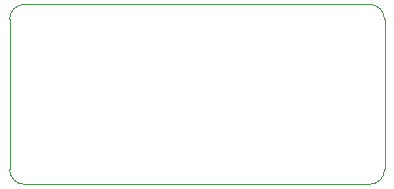
<source format=gm1>
G04 #@! TF.GenerationSoftware,KiCad,Pcbnew,(5.1.0-0)*
G04 #@! TF.CreationDate,2019-04-12T20:13:37-07:00*
G04 #@! TF.ProjectId,ap2112m-txb0104-module,61703231-3132-46d2-9d74-786230313034,rev?*
G04 #@! TF.SameCoordinates,Original*
G04 #@! TF.FileFunction,Profile,NP*
%FSLAX46Y46*%
G04 Gerber Fmt 4.6, Leading zero omitted, Abs format (unit mm)*
G04 Created by KiCad (PCBNEW (5.1.0-0)) date 2019-04-12 20:13:37*
%MOMM*%
%LPD*%
G04 APERTURE LIST*
%ADD10C,0.025400*%
G04 APERTURE END LIST*
D10*
X139700000Y-82550000D02*
G75*
G02X140970000Y-81280000I1270000J0D01*
G01*
X140970000Y-96520000D02*
G75*
G02X139700000Y-95250000I0J1270000D01*
G01*
X171450000Y-95250000D02*
G75*
G02X170180000Y-96520000I-1270000J0D01*
G01*
X170180000Y-81280000D02*
G75*
G02X171450000Y-82550000I0J-1270000D01*
G01*
X171450000Y-82550000D02*
X171450000Y-95250000D01*
X140970000Y-96520000D02*
X170180000Y-96520000D01*
X139700000Y-82550000D02*
X139700000Y-95250000D01*
X170180000Y-81280000D02*
X140970000Y-81280000D01*
M02*

</source>
